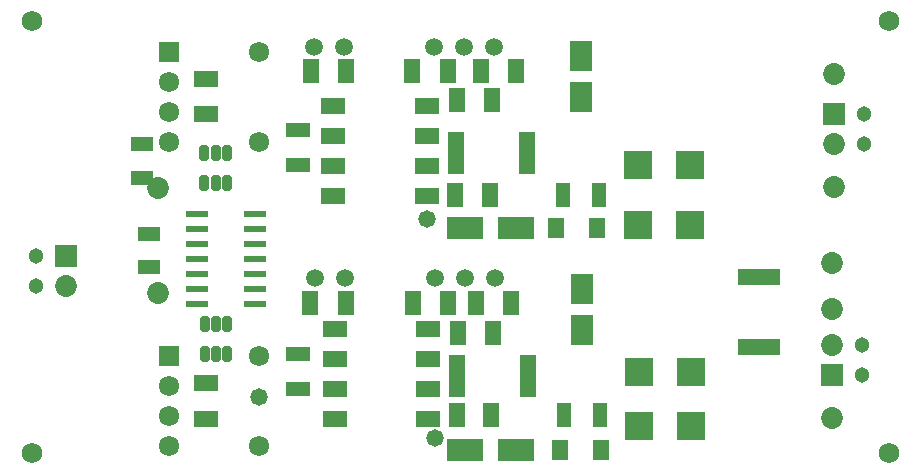
<source format=gbr>
%TF.GenerationSoftware,Altium Limited,Altium Designer,23.2.1 (34)*%
G04 Layer_Color=16711935*
%FSLAX45Y45*%
%MOMM*%
%TF.SameCoordinates,3015DBAE-21F6-41EF-B07E-3AD50EAB7A3F*%
%TF.FilePolarity,Negative*%
%TF.FileFunction,Soldermask,Bot*%
%TF.Part,Single*%
G01*
G75*
%TA.AperFunction,Conductor*%
%ADD19C,0.50000*%
%TA.AperFunction,SMDPad,CuDef*%
%ADD31R,1.98120X0.55880*%
%TA.AperFunction,TestPad*%
%ADD32R,1.98120X0.55880*%
%TA.AperFunction,SMDPad,CuDef*%
%ADD54R,3.15320X1.90320*%
%TA.AperFunction,ComponentPad*%
%ADD58C,1.50620*%
%ADD59C,1.85320*%
%ADD60R,1.85320X1.85320*%
%ADD61C,1.30320*%
%TA.AperFunction,WasherPad*%
%ADD62C,1.72720*%
%TA.AperFunction,ComponentPad*%
%ADD63C,1.72120*%
%ADD64R,1.72120X1.72120*%
%TA.AperFunction,ViaPad*%
%ADD65C,1.47320*%
%TA.AperFunction,SMDPad,CuDef*%
%ADD66R,2.00660X1.32080*%
G04:AMPARAMS|DCode=67|XSize=1.4132mm|YSize=0.7832mm|CornerRadius=0.1741mm|HoleSize=0mm|Usage=FLASHONLY|Rotation=90.000|XOffset=0mm|YOffset=0mm|HoleType=Round|Shape=RoundedRectangle|*
%AMROUNDEDRECTD67*
21,1,1.41320,0.43500,0,0,90.0*
21,1,1.06500,0.78320,0,0,90.0*
1,1,0.34820,0.21750,0.53250*
1,1,0.34820,0.21750,-0.53250*
1,1,0.34820,-0.21750,-0.53250*
1,1,0.34820,-0.21750,0.53250*
%
%ADD67ROUNDEDRECTD67*%
%ADD68R,2.00320X1.25320*%
%ADD69R,2.00320X1.33320*%
%ADD70R,1.32080X2.00660*%
%ADD71R,1.36320X2.02320*%
%ADD72R,1.44320X3.52320*%
%ADD73R,1.45320X1.70320*%
%ADD74R,1.25320X2.00320*%
%ADD75R,2.45320X2.35320*%
%ADD76R,1.82320X2.56320*%
%ADD77R,3.52320X1.44320*%
%ADD78R,1.93320X1.27320*%
%TA.AperFunction,Conductor*%
%ADD79C,0.70000*%
%ADD80C,0.45400*%
D19*
X5410000Y969000D02*
X5492500Y1051500D01*
Y1056500D01*
D31*
X1663739Y1544000D02*
D03*
D32*
X2156499Y1671000D02*
D03*
X1663739Y1798000D02*
D03*
Y2052000D02*
D03*
X2156499Y2306000D02*
D03*
Y1925000D02*
D03*
X1663739D02*
D03*
X2156499Y2052000D02*
D03*
Y2179000D02*
D03*
X1663739D02*
D03*
Y1671000D02*
D03*
X2156499Y1544000D02*
D03*
Y1798000D02*
D03*
X1663739Y2306000D02*
D03*
D54*
X4364000Y306000D02*
D03*
X3934000D02*
D03*
X4366000Y2180000D02*
D03*
X3936001D02*
D03*
D58*
X3678000Y1758500D02*
D03*
X3932000D02*
D03*
X4186000D02*
D03*
X2916000D02*
D03*
X2662000D02*
D03*
X4178000Y3713500D02*
D03*
X3924000D02*
D03*
X3670000D02*
D03*
X2908000D02*
D03*
X2654000D02*
D03*
D59*
X7037981Y1887134D02*
D03*
Y1496134D02*
D03*
Y1190134D02*
D03*
X7055000Y3487000D02*
D03*
Y2535000D02*
D03*
Y2895000D02*
D03*
X1332000Y1630000D02*
D03*
Y2520561D02*
D03*
X556000Y1697000D02*
D03*
X7039981Y572134D02*
D03*
D60*
X7037981Y936134D02*
D03*
X7055000Y3149000D02*
D03*
X556000Y1951000D02*
D03*
D61*
X7291981Y1190134D02*
D03*
Y936134D02*
D03*
X7309000Y2895000D02*
D03*
Y3149000D02*
D03*
X302000Y1697000D02*
D03*
Y1951000D02*
D03*
D62*
X270000Y275000D02*
D03*
Y3936000D02*
D03*
X7527000Y275000D02*
D03*
Y3936000D02*
D03*
D63*
X2187000Y341000D02*
D03*
Y1103000D02*
D03*
X1425000Y341000D02*
D03*
Y595000D02*
D03*
Y849000D02*
D03*
X2188000Y3671000D02*
D03*
Y2909000D02*
D03*
X1426000D02*
D03*
Y3163000D02*
D03*
Y3417000D02*
D03*
D64*
X1425000Y1103000D02*
D03*
X1426000Y3671000D02*
D03*
D65*
X3684000Y406000D02*
D03*
X2187000Y749000D02*
D03*
X3617000Y2264000D02*
D03*
D66*
X1746000Y3444860D02*
D03*
Y3145140D02*
D03*
Y569300D02*
D03*
Y869020D02*
D03*
D67*
X1824000Y2817500D02*
D03*
X1919000D02*
D03*
X1824000Y2566500D02*
D03*
X1729000D02*
D03*
X1919000D02*
D03*
X1729000Y2817500D02*
D03*
X1920000Y1120000D02*
D03*
Y1371000D02*
D03*
X1730000D02*
D03*
X1825000D02*
D03*
Y1120000D02*
D03*
X1730000D02*
D03*
D68*
X2517000Y2714000D02*
D03*
Y3014000D02*
D03*
X2525000Y818000D02*
D03*
Y1118000D02*
D03*
D69*
X2819999Y3218000D02*
D03*
Y2456000D02*
D03*
Y2964000D02*
D03*
Y2710000D02*
D03*
X3613999Y2456000D02*
D03*
Y2710000D02*
D03*
Y2964000D02*
D03*
Y3218000D02*
D03*
X2831000Y822000D02*
D03*
X3625000D02*
D03*
Y1076000D02*
D03*
Y1330000D02*
D03*
X2831000Y1076000D02*
D03*
Y1330000D02*
D03*
Y568000D02*
D03*
X3625000D02*
D03*
D70*
X2627140Y3514000D02*
D03*
X2926860D02*
D03*
X4174860Y1296330D02*
D03*
X3875140D02*
D03*
X2925270Y1549000D02*
D03*
X2625550D02*
D03*
X3794860D02*
D03*
X3495140D02*
D03*
X4324720D02*
D03*
X4025000D02*
D03*
X4166860Y3264000D02*
D03*
X3867140D02*
D03*
X3786860Y3514000D02*
D03*
X3487140D02*
D03*
X4366860D02*
D03*
X4067140D02*
D03*
D71*
X4158501Y600500D02*
D03*
X3863501D02*
D03*
X3852000Y2464000D02*
D03*
X4147000D02*
D03*
D72*
X3867500Y931500D02*
D03*
X4465500D02*
D03*
X3859501Y2819500D02*
D03*
X4457500D02*
D03*
D73*
X4742500Y301000D02*
D03*
X5087500D02*
D03*
X5053500Y2187000D02*
D03*
X4708500D02*
D03*
D74*
X4775000Y601500D02*
D03*
X5075000D02*
D03*
X4767000Y2464000D02*
D03*
X5067000D02*
D03*
D75*
X5845000Y509000D02*
D03*
X5405000D02*
D03*
X5845000Y969000D02*
D03*
X5405000D02*
D03*
X5397000Y2210500D02*
D03*
X5837000D02*
D03*
X5397000Y2716500D02*
D03*
X5837000D02*
D03*
D76*
X4925000Y1324160D02*
D03*
Y1669160D02*
D03*
X4917000Y3291830D02*
D03*
Y3636830D02*
D03*
D77*
X6425000Y1772000D02*
D03*
Y1174000D02*
D03*
D78*
X1259000Y2137000D02*
D03*
Y1851000D02*
D03*
X1198000Y2605000D02*
D03*
Y2891000D02*
D03*
D79*
X3855501Y2464000D02*
X3859501Y2468000D01*
X3596951Y3218000D02*
X3628789D01*
D80*
X2813482Y550482D02*
X2831000Y568000D01*
%TF.MD5,f81d552e4f76496f8cd618bc0c4e5291*%
M02*

</source>
